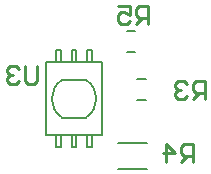
<source format=gbo>
G04*
G04 #@! TF.GenerationSoftware,Altium Limited,Altium Designer,24.2.2 (26)*
G04*
G04 Layer_Color=32896*
%FSLAX25Y25*%
%MOIN*%
G70*
G04*
G04 #@! TF.SameCoordinates,004D1183-16E1-436D-8927-E0D308D58255*
G04*
G04*
G04 #@! TF.FilePolarity,Positive*
G04*
G01*
G75*
%ADD12C,0.00787*%
%ADD13C,0.00500*%
%ADD14C,0.01000*%
D12*
X206029Y181597D02*
X208971D01*
X206029Y188487D02*
X208971D01*
X199661Y167331D02*
X209339D01*
X199661Y158669D02*
X209339D01*
X202529Y204445D02*
X205471D01*
X202529Y197555D02*
X205471D01*
D13*
X188936Y175700D02*
G03*
X188936Y188300I-3936J6300D01*
G01*
X181064D02*
G03*
X181064Y175700I3936J-6300D01*
G01*
X188937Y175701D02*
X189094D01*
X181063D02*
X188937D01*
X180905D02*
X181063D01*
X180905Y188299D02*
X181063D01*
X188937D01*
X189094D01*
X190905Y169795D02*
X194449D01*
X189331D02*
X190905D01*
X185787D02*
X189331D01*
X184213D02*
X185787D01*
X180669D02*
X184213D01*
X179095D02*
X180669D01*
X175551D02*
X179095D01*
X175551D02*
Y194205D01*
X179095D01*
X180669D01*
X184213D01*
X185787D01*
X189331D01*
X190905D01*
X194449D01*
Y169795D02*
Y194205D01*
X185787Y165858D02*
Y169795D01*
X184213Y165858D02*
X185787D01*
X184213D02*
Y169795D01*
X180669Y165858D02*
Y169795D01*
X179095Y165858D02*
X180669D01*
X179095D02*
Y169795D01*
X189331Y165858D02*
Y169795D01*
Y165858D02*
X190905D01*
Y169795D01*
X185787Y194205D02*
Y198142D01*
X184213D02*
X185787D01*
X184213Y194205D02*
Y198142D01*
X180669Y194205D02*
Y198142D01*
X179095D02*
X180669D01*
X179095Y194205D02*
Y198142D01*
X189331Y194205D02*
Y198142D01*
X190905D01*
Y194205D02*
Y198142D01*
D14*
X172498Y192999D02*
Y188001D01*
X171499Y187001D01*
X169499D01*
X168500Y188001D01*
Y192999D01*
X166500Y191999D02*
X165501Y192999D01*
X163501D01*
X162502Y191999D01*
Y191000D01*
X163501Y190000D01*
X164501D01*
X163501D01*
X162502Y189000D01*
Y188001D01*
X163501Y187001D01*
X165501D01*
X166500Y188001D01*
X209498Y207001D02*
Y212999D01*
X206499D01*
X205500Y211999D01*
Y210000D01*
X206499Y209000D01*
X209498D01*
X207499D02*
X205500Y207001D01*
X199502Y212999D02*
X203500D01*
Y210000D01*
X201501Y211000D01*
X200501D01*
X199502Y210000D01*
Y208001D01*
X200501Y207001D01*
X202501D01*
X203500Y208001D01*
X224498Y161001D02*
Y166999D01*
X221499D01*
X220500Y165999D01*
Y164000D01*
X221499Y163000D01*
X224498D01*
X222499D02*
X220500Y161001D01*
X215501D02*
Y166999D01*
X218500Y164000D01*
X214502D01*
X228498Y182001D02*
Y187999D01*
X225499D01*
X224500Y186999D01*
Y185000D01*
X225499Y184000D01*
X228498D01*
X226499D02*
X224500Y182001D01*
X222500Y186999D02*
X221501Y187999D01*
X219501D01*
X218502Y186999D01*
Y186000D01*
X219501Y185000D01*
X220501D01*
X219501D01*
X218502Y184000D01*
Y183001D01*
X219501Y182001D01*
X221501D01*
X222500Y183001D01*
M02*

</source>
